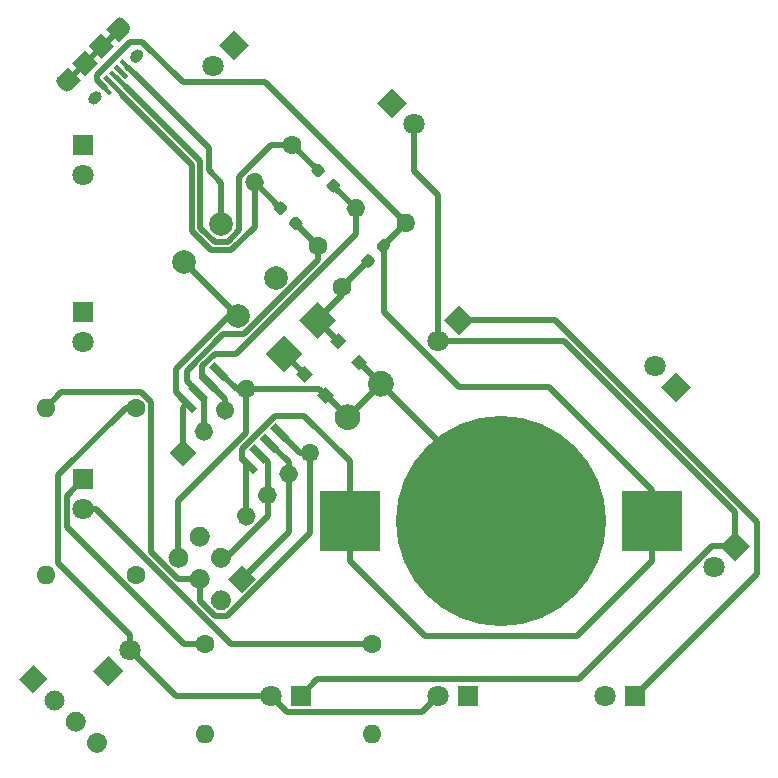
<source format=gbl>
G04 #@! TF.GenerationSoftware,KiCad,Pcbnew,5.1.7-a382d34a88~90~ubuntu20.04.1*
G04 #@! TF.CreationDate,2022-01-21T18:01:13-05:00*
G04 #@! TF.ProjectId,cr2022012001-12-leds-board,63723230-3232-4303-9132-3030312d3132,rev?*
G04 #@! TF.SameCoordinates,Original*
G04 #@! TF.FileFunction,Copper,L2,Bot*
G04 #@! TF.FilePolarity,Positive*
%FSLAX46Y46*%
G04 Gerber Fmt 4.6, Leading zero omitted, Abs format (unit mm)*
G04 Created by KiCad (PCBNEW 5.1.7-a382d34a88~90~ubuntu20.04.1) date 2022-01-21 18:01:13*
%MOMM*%
%LPD*%
G01*
G04 APERTURE LIST*
G04 #@! TA.AperFunction,SMDPad,CuDef*
%ADD10C,0.100000*%
G04 #@! TD*
G04 #@! TA.AperFunction,ComponentPad*
%ADD11C,0.100000*%
G04 #@! TD*
G04 #@! TA.AperFunction,ComponentPad*
%ADD12C,2.000000*%
G04 #@! TD*
G04 #@! TA.AperFunction,ComponentPad*
%ADD13C,1.600000*%
G04 #@! TD*
G04 #@! TA.AperFunction,ComponentPad*
%ADD14O,1.600000X1.600000*%
G04 #@! TD*
G04 #@! TA.AperFunction,ComponentPad*
%ADD15C,1.800000*%
G04 #@! TD*
G04 #@! TA.AperFunction,ComponentPad*
%ADD16R,1.800000X1.800000*%
G04 #@! TD*
G04 #@! TA.AperFunction,SMDPad,CuDef*
%ADD17C,17.800000*%
G04 #@! TD*
G04 #@! TA.AperFunction,SMDPad,CuDef*
%ADD18R,5.100000X5.100000*%
G04 #@! TD*
G04 #@! TA.AperFunction,Conductor*
%ADD19C,0.508000*%
G04 #@! TD*
G04 #@! TA.AperFunction,Conductor*
%ADD20C,0.254000*%
G04 #@! TD*
G04 #@! TA.AperFunction,Conductor*
%ADD21C,0.400000*%
G04 #@! TD*
G04 APERTURE END LIST*
G04 #@! TA.AperFunction,ComponentPad*
G36*
G01*
X159492981Y-37610932D02*
X159026291Y-37144242D01*
G75*
G02*
X159026291Y-36514916I314663J314663D01*
G01*
X159026291Y-36514916D01*
G75*
G02*
X159655617Y-36514916I314663J-314663D01*
G01*
X160122307Y-36981606D01*
G75*
G02*
X160122307Y-37610932I-314663J-314663D01*
G01*
X160122307Y-37610932D01*
G75*
G02*
X159492981Y-37610932I-314663J314663D01*
G01*
G37*
G04 #@! TD.AperFunction*
G04 #@! TA.AperFunction,ComponentPad*
G36*
G01*
X154543233Y-42560680D02*
X154076543Y-42093990D01*
G75*
G02*
X154076543Y-41464664I314663J314663D01*
G01*
X154076543Y-41464664D01*
G75*
G02*
X154705869Y-41464664I314663J-314663D01*
G01*
X155172559Y-41931354D01*
G75*
G02*
X155172559Y-42560680I-314663J-314663D01*
G01*
X155172559Y-42560680D01*
G75*
G02*
X154543233Y-42560680I-314663J314663D01*
G01*
G37*
G04 #@! TD.AperFunction*
G04 #@! TA.AperFunction,SMDPad,CuDef*
D10*
G36*
X159273779Y-38459461D02*
G01*
X158177763Y-37363445D01*
X159026291Y-36514917D01*
X160122307Y-37610933D01*
X159273779Y-38459461D01*
G37*
G04 #@! TD.AperFunction*
G04 #@! TA.AperFunction,SMDPad,CuDef*
G36*
X155172560Y-42560680D02*
G01*
X154076544Y-41464664D01*
X154925072Y-40616136D01*
X156021088Y-41712152D01*
X155172560Y-42560680D01*
G37*
G04 #@! TD.AperFunction*
G04 #@! TA.AperFunction,SMDPad,CuDef*
G36*
X157824210Y-39909029D02*
G01*
X156728194Y-38813013D01*
X157788854Y-37752353D01*
X158884870Y-38848369D01*
X157824210Y-39909029D01*
G37*
G04 #@! TD.AperFunction*
G04 #@! TA.AperFunction,SMDPad,CuDef*
G36*
X156409996Y-41323243D02*
G01*
X155313980Y-40227227D01*
X156374640Y-39166567D01*
X157470656Y-40262583D01*
X156409996Y-41323243D01*
G37*
G04 #@! TD.AperFunction*
G04 #@! TA.AperFunction,ComponentPad*
G36*
G01*
X160334438Y-40121162D02*
X160334438Y-40121162D01*
G75*
G02*
X160334438Y-39449410I335876J335876D01*
G01*
X160546570Y-39237278D01*
G75*
G02*
X161218322Y-39237278I335876J-335876D01*
G01*
X161218322Y-39237278D01*
G75*
G02*
X161218322Y-39909030I-335876J-335876D01*
G01*
X161006190Y-40121162D01*
G75*
G02*
X160334438Y-40121162I-335876J335876D01*
G01*
G37*
G04 #@! TD.AperFunction*
G04 #@! TA.AperFunction,ComponentPad*
G36*
G01*
X156798905Y-43656695D02*
X156798905Y-43656695D01*
G75*
G02*
X156798905Y-42984943I335876J335876D01*
G01*
X157011037Y-42772811D01*
G75*
G02*
X157682789Y-42772811I335876J-335876D01*
G01*
X157682789Y-42772811D01*
G75*
G02*
X157682789Y-43444563I-335876J-335876D01*
G01*
X157470657Y-43656695D01*
G75*
G02*
X156798905Y-43656695I-335876J335876D01*
G01*
G37*
G04 #@! TD.AperFunction*
G04 #@! TA.AperFunction,SMDPad,CuDef*
G36*
X160263728Y-41146466D02*
G01*
X159309134Y-40191872D01*
X159591976Y-39909030D01*
X160546570Y-40863624D01*
X160263728Y-41146466D01*
G37*
G04 #@! TD.AperFunction*
G04 #@! TA.AperFunction,SMDPad,CuDef*
G36*
X159804109Y-41606085D02*
G01*
X158849515Y-40651491D01*
X159132357Y-40368649D01*
X160086951Y-41323243D01*
X159804109Y-41606085D01*
G37*
G04 #@! TD.AperFunction*
G04 #@! TA.AperFunction,SMDPad,CuDef*
G36*
X159344489Y-42065704D02*
G01*
X158389895Y-41111110D01*
X158672737Y-40828268D01*
X159627331Y-41782862D01*
X159344489Y-42065704D01*
G37*
G04 #@! TD.AperFunction*
G04 #@! TA.AperFunction,SMDPad,CuDef*
G36*
X158884870Y-42525324D02*
G01*
X157930276Y-41570730D01*
X158213118Y-41287888D01*
X159167712Y-42242482D01*
X158884870Y-42525324D01*
G37*
G04 #@! TD.AperFunction*
G04 #@! TA.AperFunction,SMDPad,CuDef*
G36*
X158425251Y-42984943D02*
G01*
X157470657Y-42030349D01*
X157753499Y-41747507D01*
X158708093Y-42702101D01*
X158425251Y-42984943D01*
G37*
G04 #@! TD.AperFunction*
G04 #@! TA.AperFunction,SMDPad,CuDef*
G36*
X169386348Y-73872466D02*
G01*
X169845967Y-73412847D01*
X171048048Y-74614928D01*
X170588429Y-75074547D01*
X169386348Y-73872466D01*
G37*
G04 #@! TD.AperFunction*
G04 #@! TA.AperFunction,SMDPad,CuDef*
G36*
X170284374Y-72974441D02*
G01*
X170743993Y-72514822D01*
X171946074Y-73716903D01*
X171486455Y-74176522D01*
X170284374Y-72974441D01*
G37*
G04 #@! TD.AperFunction*
G04 #@! TA.AperFunction,SMDPad,CuDef*
G36*
X171182400Y-72076415D02*
G01*
X171642019Y-71616796D01*
X172844100Y-72818877D01*
X172384481Y-73278496D01*
X171182400Y-72076415D01*
G37*
G04 #@! TD.AperFunction*
G04 #@! TA.AperFunction,SMDPad,CuDef*
G36*
X172080425Y-71178389D02*
G01*
X172540044Y-70718770D01*
X173742125Y-71920851D01*
X173282506Y-72380470D01*
X172080425Y-71178389D01*
G37*
G04 #@! TD.AperFunction*
G04 #@! TA.AperFunction,SMDPad,CuDef*
G36*
X166918546Y-66016510D02*
G01*
X167378165Y-65556891D01*
X168580246Y-66758972D01*
X168120627Y-67218591D01*
X166918546Y-66016510D01*
G37*
G04 #@! TD.AperFunction*
G04 #@! TA.AperFunction,SMDPad,CuDef*
G36*
X166020520Y-66914535D02*
G01*
X166480139Y-66454916D01*
X167682220Y-67656997D01*
X167222601Y-68116616D01*
X166020520Y-66914535D01*
G37*
G04 #@! TD.AperFunction*
G04 #@! TA.AperFunction,SMDPad,CuDef*
G36*
X165122494Y-67812561D02*
G01*
X165582113Y-67352942D01*
X166784194Y-68555023D01*
X166324575Y-69014642D01*
X165122494Y-67812561D01*
G37*
G04 #@! TD.AperFunction*
G04 #@! TA.AperFunction,SMDPad,CuDef*
G36*
X164224469Y-68710587D02*
G01*
X164684088Y-68250968D01*
X165886169Y-69453049D01*
X165426550Y-69912668D01*
X164224469Y-68710587D01*
G37*
G04 #@! TD.AperFunction*
G04 #@! TA.AperFunction,SMDPad,CuDef*
G36*
G01*
X176904660Y-50479605D02*
X177240536Y-50143729D01*
G75*
G02*
X177576412Y-50143729I167938J-167938D01*
G01*
X177929966Y-50497283D01*
G75*
G02*
X177929966Y-50833159I-167938J-167938D01*
G01*
X177594090Y-51169035D01*
G75*
G02*
X177258214Y-51169035I-167938J167938D01*
G01*
X176904660Y-50815481D01*
G75*
G02*
X176904660Y-50479605I167938J167938D01*
G01*
G37*
G04 #@! TD.AperFunction*
G04 #@! TA.AperFunction,SMDPad,CuDef*
G36*
G01*
X175614190Y-49189135D02*
X175950066Y-48853259D01*
G75*
G02*
X176285942Y-48853259I167938J-167938D01*
G01*
X176639496Y-49206813D01*
G75*
G02*
X176639496Y-49542689I-167938J-167938D01*
G01*
X176303620Y-49878565D01*
G75*
G02*
X175967744Y-49878565I-167938J167938D01*
G01*
X175614190Y-49525011D01*
G75*
G02*
X175614190Y-49189135I167938J167938D01*
G01*
G37*
G04 #@! TD.AperFunction*
G04 #@! TA.AperFunction,SMDPad,CuDef*
G36*
G01*
X173457515Y-52724670D02*
X173121639Y-53060546D01*
G75*
G02*
X172785763Y-53060546I-167938J167938D01*
G01*
X172432209Y-52706992D01*
G75*
G02*
X172432209Y-52371116I167938J167938D01*
G01*
X172768085Y-52035240D01*
G75*
G02*
X173103961Y-52035240I167938J-167938D01*
G01*
X173457515Y-52388794D01*
G75*
G02*
X173457515Y-52724670I-167938J-167938D01*
G01*
G37*
G04 #@! TD.AperFunction*
G04 #@! TA.AperFunction,SMDPad,CuDef*
G36*
G01*
X174747985Y-54015140D02*
X174412109Y-54351016D01*
G75*
G02*
X174076233Y-54351016I-167938J167938D01*
G01*
X173722679Y-53997462D01*
G75*
G02*
X173722679Y-53661586I167938J167938D01*
G01*
X174058555Y-53325710D01*
G75*
G02*
X174394431Y-53325710I167938J-167938D01*
G01*
X174747985Y-53679264D01*
G75*
G02*
X174747985Y-54015140I-167938J-167938D01*
G01*
G37*
G04 #@! TD.AperFunction*
G04 #@! TA.AperFunction,SMDPad,CuDef*
G36*
G01*
X181483177Y-56242526D02*
X181147301Y-55906650D01*
G75*
G02*
X181147301Y-55570774I167938J167938D01*
G01*
X181500855Y-55217220D01*
G75*
G02*
X181836731Y-55217220I167938J-167938D01*
G01*
X182172607Y-55553096D01*
G75*
G02*
X182172607Y-55888972I-167938J-167938D01*
G01*
X181819053Y-56242526D01*
G75*
G02*
X181483177Y-56242526I-167938J167938D01*
G01*
G37*
G04 #@! TD.AperFunction*
G04 #@! TA.AperFunction,SMDPad,CuDef*
G36*
G01*
X180192707Y-57532996D02*
X179856831Y-57197120D01*
G75*
G02*
X179856831Y-56861244I167938J167938D01*
G01*
X180210385Y-56507690D01*
G75*
G02*
X180546261Y-56507690I167938J-167938D01*
G01*
X180882137Y-56843566D01*
G75*
G02*
X180882137Y-57179442I-167938J-167938D01*
G01*
X180528583Y-57532996D01*
G75*
G02*
X180192707Y-57532996I-167938J167938D01*
G01*
G37*
G04 #@! TD.AperFunction*
G04 #@! TA.AperFunction,ComponentPad*
G36*
G01*
X163711815Y-82757263D02*
X163711815Y-82757263D01*
G75*
G02*
X163711815Y-81555181I601041J601041D01*
G01*
X163711815Y-81555181D01*
G75*
G02*
X164913897Y-81555181I601041J-601041D01*
G01*
X164913897Y-81555181D01*
G75*
G02*
X164913897Y-82757263I-601041J-601041D01*
G01*
X164913897Y-82757263D01*
G75*
G02*
X163711815Y-82757263I-601041J601041D01*
G01*
G37*
G04 #@! TD.AperFunction*
G04 #@! TA.AperFunction,ComponentPad*
G36*
G01*
X165507867Y-80961212D02*
X165507867Y-80961212D01*
G75*
G02*
X165507867Y-79759130I601041J601041D01*
G01*
X165507867Y-79759130D01*
G75*
G02*
X166709949Y-79759130I601041J-601041D01*
G01*
X166709949Y-79759130D01*
G75*
G02*
X166709949Y-80961212I-601041J-601041D01*
G01*
X166709949Y-80961212D01*
G75*
G02*
X165507867Y-80961212I-601041J601041D01*
G01*
G37*
G04 #@! TD.AperFunction*
G04 #@! TA.AperFunction,ComponentPad*
G36*
G01*
X165507867Y-84553314D02*
X165507867Y-84553314D01*
G75*
G02*
X165507867Y-83351232I601041J601041D01*
G01*
X165507867Y-83351232D01*
G75*
G02*
X166709949Y-83351232I601041J-601041D01*
G01*
X166709949Y-83351232D01*
G75*
G02*
X166709949Y-84553314I-601041J-601041D01*
G01*
X166709949Y-84553314D01*
G75*
G02*
X165507867Y-84553314I-601041J601041D01*
G01*
G37*
G04 #@! TD.AperFunction*
G04 #@! TA.AperFunction,ComponentPad*
G36*
G01*
X167303918Y-82757263D02*
X167303918Y-82757263D01*
G75*
G02*
X167303918Y-81555181I601041J601041D01*
G01*
X167303918Y-81555181D01*
G75*
G02*
X168506000Y-81555181I601041J-601041D01*
G01*
X168506000Y-81555181D01*
G75*
G02*
X168506000Y-82757263I-601041J-601041D01*
G01*
X168506000Y-82757263D01*
G75*
G02*
X167303918Y-82757263I-601041J601041D01*
G01*
G37*
G04 #@! TD.AperFunction*
G04 #@! TA.AperFunction,ComponentPad*
G36*
G01*
X167303918Y-86349365D02*
X167303918Y-86349365D01*
G75*
G02*
X167303918Y-85147283I601041J601041D01*
G01*
X167303918Y-85147283D01*
G75*
G02*
X168506000Y-85147283I601041J-601041D01*
G01*
X168506000Y-85147283D01*
G75*
G02*
X168506000Y-86349365I-601041J-601041D01*
G01*
X168506000Y-86349365D01*
G75*
G02*
X167303918Y-86349365I-601041J601041D01*
G01*
G37*
G04 #@! TD.AperFunction*
G04 #@! TA.AperFunction,ComponentPad*
D11*
G36*
X169701010Y-85154355D02*
G01*
X168498928Y-83952273D01*
X169701010Y-82750191D01*
X170903092Y-83952273D01*
X169701010Y-85154355D01*
G37*
G04 #@! TD.AperFunction*
G04 #@! TA.AperFunction,ComponentPad*
G36*
G01*
X177846881Y-69470727D02*
X177846881Y-69470727D01*
G75*
G02*
X179402515Y-69470727I777817J-777817D01*
G01*
X179402515Y-69470727D01*
G75*
G02*
X179402515Y-71026361I-777817J-777817D01*
G01*
X179402515Y-71026361D01*
G75*
G02*
X177846881Y-71026361I-777817J777817D01*
G01*
X177846881Y-71026361D01*
G75*
G02*
X177846881Y-69470727I777817J777817D01*
G01*
G37*
G04 #@! TD.AperFunction*
G04 #@! TA.AperFunction,ComponentPad*
G36*
X171680909Y-64860390D02*
G01*
X173236544Y-63304755D01*
X174792179Y-64860390D01*
X173236544Y-66416025D01*
X171680909Y-64860390D01*
G37*
G04 #@! TD.AperFunction*
G04 #@! TA.AperFunction,ComponentPad*
G36*
G01*
X180675308Y-66642300D02*
X180675308Y-66642300D01*
G75*
G02*
X182230942Y-66642300I777817J-777817D01*
G01*
X182230942Y-66642300D01*
G75*
G02*
X182230942Y-68197934I-777817J-777817D01*
G01*
X182230942Y-68197934D01*
G75*
G02*
X180675308Y-68197934I-777817J777817D01*
G01*
X180675308Y-68197934D01*
G75*
G02*
X180675308Y-66642300I777817J777817D01*
G01*
G37*
G04 #@! TD.AperFunction*
G04 #@! TA.AperFunction,ComponentPad*
G36*
X174509336Y-62031963D02*
G01*
X176064971Y-60476328D01*
X177620606Y-62031963D01*
X176064971Y-63587598D01*
X174509336Y-62031963D01*
G37*
G04 #@! TD.AperFunction*
G04 #@! TA.AperFunction,ComponentPad*
G36*
G01*
X169488879Y-78083287D02*
X169488879Y-78083287D01*
G75*
G02*
X170620249Y-78083287I565685J-565685D01*
G01*
X170620249Y-78083287D01*
G75*
G02*
X170620249Y-79214657I-565685J-565685D01*
G01*
X170620249Y-79214657D01*
G75*
G02*
X169488879Y-79214657I-565685J565685D01*
G01*
X169488879Y-79214657D01*
G75*
G02*
X169488879Y-78083287I565685J565685D01*
G01*
G37*
G04 #@! TD.AperFunction*
G04 #@! TA.AperFunction,ComponentPad*
G36*
G01*
X169488879Y-67306979D02*
X169488879Y-67306979D01*
G75*
G02*
X170620249Y-67306979I565685J-565685D01*
G01*
X170620249Y-67306979D01*
G75*
G02*
X170620249Y-68438349I-565685J-565685D01*
G01*
X170620249Y-68438349D01*
G75*
G02*
X169488879Y-68438349I-565685J565685D01*
G01*
X169488879Y-68438349D01*
G75*
G02*
X169488879Y-67306979I565685J565685D01*
G01*
G37*
G04 #@! TD.AperFunction*
G04 #@! TA.AperFunction,ComponentPad*
G36*
G01*
X171284930Y-76287235D02*
X171284930Y-76287235D01*
G75*
G02*
X172416300Y-76287235I565685J-565685D01*
G01*
X172416300Y-76287235D01*
G75*
G02*
X172416300Y-77418605I-565685J-565685D01*
G01*
X172416300Y-77418605D01*
G75*
G02*
X171284930Y-77418605I-565685J565685D01*
G01*
X171284930Y-77418605D01*
G75*
G02*
X171284930Y-76287235I565685J565685D01*
G01*
G37*
G04 #@! TD.AperFunction*
G04 #@! TA.AperFunction,ComponentPad*
G36*
G01*
X167692827Y-69103031D02*
X167692827Y-69103031D01*
G75*
G02*
X168824197Y-69103031I565685J-565685D01*
G01*
X168824197Y-69103031D01*
G75*
G02*
X168824197Y-70234401I-565685J-565685D01*
G01*
X168824197Y-70234401D01*
G75*
G02*
X167692827Y-70234401I-565685J565685D01*
G01*
X167692827Y-70234401D01*
G75*
G02*
X167692827Y-69103031I565685J565685D01*
G01*
G37*
G04 #@! TD.AperFunction*
G04 #@! TA.AperFunction,ComponentPad*
G36*
G01*
X173080981Y-74491184D02*
X173080981Y-74491184D01*
G75*
G02*
X174212351Y-74491184I565685J-565685D01*
G01*
X174212351Y-74491184D01*
G75*
G02*
X174212351Y-75622554I-565685J-565685D01*
G01*
X174212351Y-75622554D01*
G75*
G02*
X173080981Y-75622554I-565685J565685D01*
G01*
X173080981Y-75622554D01*
G75*
G02*
X173080981Y-74491184I565685J565685D01*
G01*
G37*
G04 #@! TD.AperFunction*
G04 #@! TA.AperFunction,ComponentPad*
G36*
G01*
X165896776Y-70899082D02*
X165896776Y-70899082D01*
G75*
G02*
X167028146Y-70899082I565685J-565685D01*
G01*
X167028146Y-70899082D01*
G75*
G02*
X167028146Y-72030452I-565685J-565685D01*
G01*
X167028146Y-72030452D01*
G75*
G02*
X165896776Y-72030452I-565685J565685D01*
G01*
X165896776Y-72030452D01*
G75*
G02*
X165896776Y-70899082I565685J565685D01*
G01*
G37*
G04 #@! TD.AperFunction*
G04 #@! TA.AperFunction,ComponentPad*
G36*
G01*
X174877032Y-72695133D02*
X174877032Y-72695133D01*
G75*
G02*
X176008402Y-72695133I565685J-565685D01*
G01*
X176008402Y-72695133D01*
G75*
G02*
X176008402Y-73826503I-565685J-565685D01*
G01*
X176008402Y-73826503D01*
G75*
G02*
X174877032Y-73826503I-565685J565685D01*
G01*
X174877032Y-73826503D01*
G75*
G02*
X174877032Y-72695133I565685J565685D01*
G01*
G37*
G04 #@! TD.AperFunction*
G04 #@! TA.AperFunction,ComponentPad*
G36*
X163535039Y-73260818D02*
G01*
X164666410Y-72129447D01*
X165797781Y-73260818D01*
X164666410Y-74392189D01*
X163535039Y-73260818D01*
G37*
G04 #@! TD.AperFunction*
D12*
X167933243Y-53900235D03*
X164751262Y-57082215D03*
X172529437Y-58496429D03*
X169347456Y-61678410D03*
G04 #@! TA.AperFunction,ComponentPad*
G36*
G01*
X178766120Y-52005189D02*
X178766120Y-52005189D01*
G75*
G02*
X179897490Y-52005189I565685J-565685D01*
G01*
X179897490Y-52005189D01*
G75*
G02*
X179897490Y-53136559I-565685J-565685D01*
G01*
X179897490Y-53136559D01*
G75*
G02*
X178766120Y-53136559I-565685J565685D01*
G01*
X178766120Y-53136559D01*
G75*
G02*
X178766120Y-52005189I565685J565685D01*
G01*
G37*
G04 #@! TD.AperFunction*
D13*
X173943651Y-47182720D03*
G04 #@! TA.AperFunction,ComponentPad*
G36*
G01*
X171327355Y-50930385D02*
X171327355Y-50930385D01*
G75*
G02*
X170195985Y-50930385I-565685J565685D01*
G01*
X170195985Y-50930385D01*
G75*
G02*
X170195985Y-49799015I565685J565685D01*
G01*
X170195985Y-49799015D01*
G75*
G02*
X171327355Y-49799015I565685J-565685D01*
G01*
X171327355Y-49799015D01*
G75*
G02*
X171327355Y-50930385I-565685J-565685D01*
G01*
G37*
G04 #@! TD.AperFunction*
X176149824Y-55752854D03*
G04 #@! TA.AperFunction,ComponentPad*
G36*
G01*
X183008761Y-54381066D02*
X183008761Y-54381066D01*
G75*
G02*
X183008761Y-53249696I565685J565685D01*
G01*
X183008761Y-53249696D01*
G75*
G02*
X184140131Y-53249696I565685J-565685D01*
G01*
X184140131Y-53249696D01*
G75*
G02*
X184140131Y-54381066I-565685J-565685D01*
G01*
X184140131Y-54381066D01*
G75*
G02*
X183008761Y-54381066I-565685J565685D01*
G01*
G37*
G04 #@! TD.AperFunction*
X178186292Y-59203535D03*
D14*
X180661165Y-97033748D03*
D13*
X180661165Y-89413748D03*
D14*
X166519030Y-97033748D03*
D13*
X166519030Y-89413748D03*
D14*
X153084001Y-83598719D03*
D13*
X160704001Y-83598719D03*
D14*
X153084001Y-69456584D03*
D13*
X160704001Y-69456584D03*
G04 #@! TA.AperFunction,ComponentPad*
G36*
G01*
X156810454Y-98426749D02*
X156810454Y-98426749D01*
G75*
G02*
X156810454Y-97224667I601041J601041D01*
G01*
X156810454Y-97224667D01*
G75*
G02*
X158012536Y-97224667I601041J-601041D01*
G01*
X158012536Y-97224667D01*
G75*
G02*
X158012536Y-98426749I-601041J-601041D01*
G01*
X158012536Y-98426749D01*
G75*
G02*
X156810454Y-98426749I-601041J601041D01*
G01*
G37*
G04 #@! TD.AperFunction*
G04 #@! TA.AperFunction,ComponentPad*
G36*
G01*
X155014402Y-96630697D02*
X155014402Y-96630697D01*
G75*
G02*
X155014402Y-95428615I601041J601041D01*
G01*
X155014402Y-95428615D01*
G75*
G02*
X156216484Y-95428615I601041J-601041D01*
G01*
X156216484Y-95428615D01*
G75*
G02*
X156216484Y-96630697I-601041J-601041D01*
G01*
X156216484Y-96630697D01*
G75*
G02*
X155014402Y-96630697I-601041J601041D01*
G01*
G37*
G04 #@! TD.AperFunction*
G04 #@! TA.AperFunction,ComponentPad*
G36*
G01*
X153218351Y-94834646D02*
X153218351Y-94834646D01*
G75*
G02*
X153218351Y-93632564I601041J601041D01*
G01*
X153218351Y-93632564D01*
G75*
G02*
X154420433Y-93632564I601041J-601041D01*
G01*
X154420433Y-93632564D01*
G75*
G02*
X154420433Y-94834646I-601041J-601041D01*
G01*
X154420433Y-94834646D01*
G75*
G02*
X153218351Y-94834646I-601041J601041D01*
G01*
G37*
G04 #@! TD.AperFunction*
G04 #@! TA.AperFunction,ComponentPad*
D11*
G36*
X152023341Y-93639636D02*
G01*
X150821259Y-92437554D01*
X152023341Y-91235472D01*
X153225423Y-92437554D01*
X152023341Y-93639636D01*
G37*
G04 #@! TD.AperFunction*
G04 #@! TA.AperFunction,SMDPad,CuDef*
D10*
G36*
X176064970Y-68395923D02*
G01*
X176772077Y-67688816D01*
X177479184Y-68395923D01*
X176772077Y-69103030D01*
X176064970Y-68395923D01*
G37*
G04 #@! TD.AperFunction*
G04 #@! TA.AperFunction,SMDPad,CuDef*
G36*
X174297204Y-66628157D02*
G01*
X175004311Y-65921050D01*
X175711418Y-66628157D01*
X175004311Y-67335264D01*
X174297204Y-66628157D01*
G37*
G04 #@! TD.AperFunction*
G04 #@! TA.AperFunction,SMDPad,CuDef*
G36*
X178893398Y-65567496D02*
G01*
X179600505Y-64860389D01*
X180307612Y-65567496D01*
X179600505Y-66274603D01*
X178893398Y-65567496D01*
G37*
G04 #@! TD.AperFunction*
G04 #@! TA.AperFunction,SMDPad,CuDef*
G36*
X177125632Y-63799730D02*
G01*
X177832739Y-63092623D01*
X178539846Y-63799730D01*
X177832739Y-64506837D01*
X177125632Y-63799730D01*
G37*
G04 #@! TD.AperFunction*
D15*
X156265981Y-78006991D03*
D16*
X156265981Y-75466991D03*
D15*
X156265981Y-63864856D03*
D16*
X156265981Y-61324856D03*
D15*
X156265981Y-49722720D03*
D16*
X156265981Y-47182720D03*
D15*
X167197852Y-40493490D03*
G04 #@! TA.AperFunction,ComponentPad*
D11*
G36*
X168993903Y-37424647D02*
G01*
X170266695Y-38697439D01*
X168993903Y-39970231D01*
X167721111Y-38697439D01*
X168993903Y-37424647D01*
G37*
G04 #@! TD.AperFunction*
D15*
X184224983Y-45443237D03*
G04 #@! TA.AperFunction,ComponentPad*
D11*
G36*
X181156140Y-43647186D02*
G01*
X182428932Y-42374394D01*
X183701724Y-43647186D01*
X182428932Y-44919978D01*
X181156140Y-43647186D01*
G37*
G04 #@! TD.AperFunction*
D15*
X186289735Y-63828014D03*
G04 #@! TA.AperFunction,ComponentPad*
D11*
G36*
X188085786Y-60759171D02*
G01*
X189358578Y-62031963D01*
X188085786Y-63304755D01*
X186812994Y-62031963D01*
X188085786Y-60759171D01*
G37*
G04 #@! TD.AperFunction*
D15*
X204674512Y-65892766D03*
G04 #@! TA.AperFunction,ComponentPad*
D11*
G36*
X207743355Y-67688817D02*
G01*
X206470563Y-68961609D01*
X205197771Y-67688817D01*
X206470563Y-66416025D01*
X207743355Y-67688817D01*
G37*
G04 #@! TD.AperFunction*
D15*
X209624259Y-82919897D03*
G04 #@! TA.AperFunction,ComponentPad*
D11*
G36*
X211420310Y-79851054D02*
G01*
X212693102Y-81123846D01*
X211420310Y-82396638D01*
X210147518Y-81123846D01*
X211420310Y-79851054D01*
G37*
G04 #@! TD.AperFunction*
D15*
X200395029Y-93851768D03*
D16*
X202935029Y-93851768D03*
D15*
X186252893Y-93851768D03*
D16*
X188792893Y-93851768D03*
D15*
X172110758Y-93851768D03*
D16*
X174650758Y-93851768D03*
D15*
X160183353Y-89934396D03*
G04 #@! TA.AperFunction,ComponentPad*
D11*
G36*
X158387302Y-93003239D02*
G01*
X157114510Y-91730447D01*
X158387302Y-90457655D01*
X159660094Y-91730447D01*
X158387302Y-93003239D01*
G37*
G04 #@! TD.AperFunction*
D17*
X191621320Y-79002525D03*
D18*
X178821320Y-79002525D03*
X204421320Y-79002525D03*
D19*
X169234320Y-67872665D02*
X170054564Y-67872665D01*
X167749395Y-66387740D02*
X169234320Y-67872665D01*
X170054564Y-71560918D02*
X170054564Y-67872665D01*
X164312856Y-77302625D02*
X170054564Y-71560918D01*
X164312856Y-82156222D02*
X164312856Y-77302625D01*
X178624698Y-70248543D02*
X181453125Y-67420116D01*
X176772078Y-68395924D02*
X178624698Y-70248543D01*
X179600505Y-65567496D02*
X181453125Y-67420116D01*
X176248819Y-67872665D02*
X170054564Y-67872665D01*
X176772078Y-68395924D02*
X176248819Y-67872665D01*
X191621320Y-77588312D02*
X191621320Y-79002525D01*
X181453125Y-67420116D02*
X191621320Y-77588312D01*
X160708994Y-41303231D02*
X159974875Y-40569112D01*
X166873485Y-49358667D02*
X166873485Y-47467722D01*
X166873485Y-47467722D02*
X160708994Y-41303231D01*
X167933243Y-50418425D02*
X166873485Y-49358667D01*
X167933243Y-53900235D02*
X167933243Y-50418425D01*
X195657612Y-67688817D02*
X188085786Y-67688817D01*
X204421321Y-76452526D02*
X195657612Y-67688817D01*
X204421321Y-79002525D02*
X204421321Y-76452526D01*
X170054564Y-74406331D02*
X170054564Y-78648972D01*
X170217198Y-74243697D02*
X170054564Y-74406331D01*
X169706524Y-73733023D02*
X169706524Y-72910235D01*
X170217198Y-74243697D02*
X169706524Y-73733023D01*
X172475839Y-70140920D02*
X174981541Y-70140920D01*
X169706524Y-72910235D02*
X172475839Y-70140920D01*
X181721825Y-55668002D02*
X183574445Y-53815382D01*
X181721825Y-61324856D02*
X188085786Y-67688817D01*
X181721825Y-55668002D02*
X181721825Y-61324856D01*
X178821320Y-73980700D02*
X178821320Y-79002525D01*
X174981541Y-70140920D02*
X178821320Y-73980700D01*
X204421321Y-79002525D02*
X204421321Y-82465981D01*
X198095645Y-88791656D02*
X185146996Y-88791656D01*
X204421321Y-82465981D02*
X198095645Y-88791656D01*
X178821320Y-82465981D02*
X178821320Y-79002525D01*
X185146996Y-88791656D02*
X178821320Y-82465981D01*
X157396620Y-41679129D02*
X158130739Y-42413248D01*
X157396620Y-41314548D02*
X157396620Y-41679129D01*
X160221601Y-38489567D02*
X157396620Y-41314548D01*
X161254087Y-38489567D02*
X160221601Y-38489567D01*
X164674997Y-41910477D02*
X161254087Y-38489567D01*
X171669540Y-41910477D02*
X164674997Y-41910477D01*
X183574445Y-53815382D02*
X171669540Y-41910477D01*
X159834322Y-69456584D02*
X160704001Y-69456584D01*
X154140985Y-75149920D02*
X159834322Y-69456584D01*
X160183353Y-88661605D02*
X154140985Y-82619238D01*
X154140985Y-82619238D02*
X154140985Y-75149920D01*
X160183353Y-89934396D02*
X160183353Y-88661605D01*
X164100724Y-93851768D02*
X172110758Y-93851768D01*
X160183353Y-89934396D02*
X164100724Y-93851768D01*
X184898882Y-95205780D02*
X186252894Y-93851768D01*
X173464770Y-95205780D02*
X184898882Y-95205780D01*
X172110758Y-93851768D02*
X173464770Y-95205780D01*
X213270951Y-83515845D02*
X202935029Y-93851768D01*
X213270951Y-79144782D02*
X213270951Y-83515845D01*
X196158132Y-62031963D02*
X213270951Y-79144782D01*
X188085786Y-62031963D02*
X196158132Y-62031963D01*
X164745604Y-89413748D02*
X166519030Y-89413748D01*
X154848994Y-79517138D02*
X164745604Y-89413748D01*
X154848994Y-76883978D02*
X154848994Y-79517138D01*
X156265981Y-75466991D02*
X154848994Y-76883978D01*
X186289735Y-63828014D02*
X196952905Y-63828014D01*
X211420310Y-78295419D02*
X211420310Y-81123846D01*
X196952905Y-63828014D02*
X211420310Y-78295419D01*
X176067744Y-92434781D02*
X174650758Y-93851768D01*
X198194528Y-92434781D02*
X176067744Y-92434781D01*
X209505464Y-81123846D02*
X198194528Y-92434781D01*
X211420310Y-81123846D02*
X209505464Y-81123846D01*
X186289735Y-51473563D02*
X186289735Y-63828014D01*
X184224983Y-49408811D02*
X186289735Y-51473563D01*
X184224983Y-45443237D02*
X184224983Y-49408811D01*
X157318214Y-78006991D02*
X156265981Y-78006991D01*
X168724971Y-89413748D02*
X157318214Y-78006991D01*
X180661165Y-89413748D02*
X168724971Y-89413748D01*
X170761670Y-50364701D02*
X173006734Y-52609765D01*
X178186292Y-59203535D02*
X180431356Y-56958471D01*
X176064971Y-62031963D02*
X177832738Y-63799730D01*
X178186292Y-59910642D02*
X178186292Y-59203535D01*
X176064971Y-62031963D02*
X178186292Y-59910642D01*
X168761140Y-56129883D02*
X167105346Y-56129883D01*
X170761670Y-54129353D02*
X168761140Y-56129883D01*
X170761670Y-50364701D02*
X170761670Y-54129353D01*
X165457466Y-54482003D02*
X165457466Y-48890201D01*
X167105346Y-56129883D02*
X165457466Y-54482003D01*
X165457466Y-48890201D02*
X161068643Y-44501378D01*
X161068643Y-44501378D02*
X159654430Y-43087165D01*
X159654430Y-43087165D02*
X159503403Y-42936137D01*
D20*
X159503403Y-42861014D02*
X159503403Y-42936137D01*
D21*
X159447962Y-42805574D02*
X158548994Y-41906605D01*
X159503403Y-42861014D02*
X159447962Y-42805574D01*
D19*
X173943651Y-47182720D02*
X176188715Y-49427784D01*
X173236544Y-64860390D02*
X175004311Y-66628157D01*
X167398614Y-55421873D02*
X166165476Y-54188736D01*
X168467872Y-55421873D02*
X167398614Y-55421873D01*
X169454882Y-54434864D02*
X168467872Y-55421873D01*
X172170226Y-47182720D02*
X169454882Y-49898064D01*
X169454882Y-49898064D02*
X169454882Y-54434864D01*
X173943651Y-47182720D02*
X172170226Y-47182720D01*
X166165476Y-48596934D02*
X159796671Y-42228128D01*
X166165476Y-54188736D02*
X166165476Y-48596934D01*
D20*
X159789755Y-42228128D02*
X159796671Y-42228128D01*
D21*
X159015529Y-41446986D02*
X159008613Y-41446986D01*
X159796671Y-42228128D02*
X159015529Y-41446986D01*
D19*
X156436512Y-40289099D02*
X155093009Y-41632602D01*
X157850726Y-38874885D02*
X156436512Y-40289099D01*
X157850726Y-38874885D02*
X159194229Y-37531382D01*
X168258512Y-68692908D02*
X168258512Y-69668716D01*
X166851370Y-67285766D02*
X168258512Y-68692908D01*
X166340696Y-65952304D02*
X167432610Y-64860390D01*
X166340696Y-66775092D02*
X166340696Y-65952304D01*
X166851370Y-67285766D02*
X166340696Y-66775092D01*
X179331804Y-54751607D02*
X179331804Y-52570874D01*
X169223021Y-64860390D02*
X179331804Y-54751607D01*
X167432610Y-64860390D02*
X169223021Y-64860390D01*
X177479185Y-50718254D02*
X179331804Y-52570874D01*
X171850615Y-74081062D02*
X171850615Y-76852921D01*
X171115224Y-73345671D02*
X171850615Y-74081062D01*
X168320739Y-82156222D02*
X167904959Y-82156222D01*
X171850615Y-78626346D02*
X168320739Y-82156222D01*
X171850615Y-76852921D02*
X171850615Y-78626346D01*
X173646666Y-74081062D02*
X173646666Y-75056869D01*
X172013249Y-72447645D02*
X173646666Y-74081062D01*
X173646666Y-80006617D02*
X169701010Y-83952273D01*
X173646666Y-75056869D02*
X173646666Y-80006617D01*
X174622473Y-73260818D02*
X175442717Y-73260818D01*
X172911275Y-71549620D02*
X174622473Y-73260818D01*
X166108908Y-85796409D02*
X166108908Y-83952273D01*
X167425484Y-87112985D02*
X166108908Y-85796409D01*
X168384434Y-87112985D02*
X167425484Y-87112985D01*
X175442717Y-80054702D02*
X168384434Y-87112985D01*
X175442717Y-73260818D02*
X175442717Y-80054702D01*
X154396336Y-68144249D02*
X153084001Y-69456584D01*
X161165091Y-68144249D02*
X154396336Y-68144249D01*
X162016336Y-68995494D02*
X161165091Y-68144249D01*
X162016336Y-81703837D02*
X162016336Y-68995494D01*
X164264772Y-83952273D02*
X162016336Y-81703837D01*
X166108908Y-83952273D02*
X164264772Y-83952273D01*
X164666410Y-69470726D02*
X164666410Y-73260818D01*
X165055319Y-69081817D02*
X164666410Y-69470726D01*
X169347457Y-61678409D02*
X164751263Y-57082215D01*
X168612036Y-61678409D02*
X169347457Y-61678409D01*
X164095068Y-66195378D02*
X168612036Y-61678409D01*
X164095068Y-68121566D02*
X164095068Y-66195378D01*
X165055319Y-69081817D02*
X164095068Y-68121566D01*
X166462461Y-68692908D02*
X166462461Y-71464767D01*
X165953344Y-68183792D02*
X166462461Y-68692908D01*
X176149824Y-56932310D02*
X176149824Y-55752854D01*
X169882086Y-63200048D02*
X176149824Y-56932310D01*
X168091675Y-63200048D02*
X169882086Y-63200048D01*
X164993093Y-67223541D02*
X164993093Y-66298629D01*
X164993093Y-66298629D02*
X168091675Y-63200048D01*
X165953344Y-68183792D02*
X164993093Y-67223541D01*
X174297204Y-53900235D02*
X176149824Y-55752854D01*
M02*

</source>
